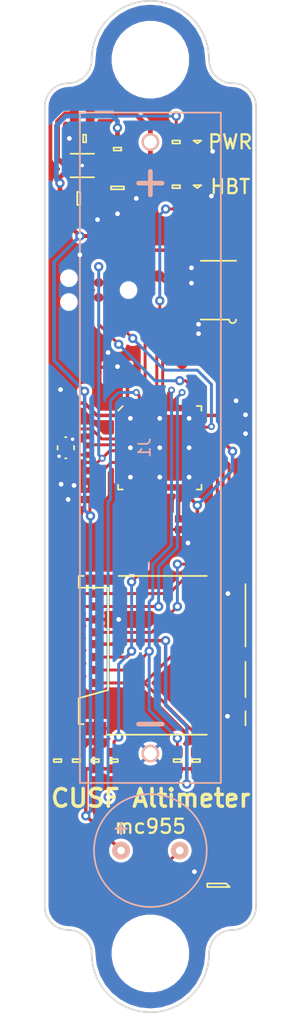
<source format=kicad_pcb>
(kicad_pcb (version 20170922) (host pcbnew no-vcs-found-835c19f~60~ubuntu16.04.1)
  (layers (0 F.Cu signal) (31 B.Cu signal) (34 B.Paste user) (35 F.Paste user) (36 B.SilkS user) (37 F.SilkS user) (38 B.Mask user) (39 F.Mask user) (44 Edge.Cuts user))
  (layers (0 F.Cu signal) (31 B.Cu signal) (34 B.Paste user) (35 F.Paste user) (36 B.SilkS user) (37 F.SilkS user) (38 B.Mask user) (39 F.Mask user) (44 Edge.Cuts user))
  (net 0 "")
  (net 1 GND)
  (net 2 3v3)
  (net 3 VBATT)
  (net 4 /~RST)
  (net 5 "Net-(C7-Pad2)")
  (net 6 "Net-(C8-Pad2)")
  (net 7 "Net-(C12-Pad2)")
  (net 8 "Net-(D1-Pad2)")
  (net 9 "Net-(D2-Pad2)")
  (net 10 "Net-(IC1-Pad6)")
  (net 11 /I2C1_SDA)
  (net 12 /I2C1_SCL)
  (net 13 "Net-(IC3-Pad2)")
  (net 14 "Net-(IC3-Pad3)")
  (net 15 "Net-(IC3-Pad4)")
  (net 16 "Net-(IC3-Pad6)")
  (net 17 "Net-(IC3-Pad10)")
  (net 18 "Net-(IC3-Pad11)")
  (net 19 "Net-(IC3-Pad12)")
  (net 20 "Net-(IC3-Pad13)")
  (net 21 "Net-(IC3-Pad14)")
  (net 22 "Net-(IC3-Pad15)")
  (net 23 /SDIO_CMD)
  (net 24 "Net-(IC3-Pad17)")
  (net 25 "Net-(IC3-Pad18)")
  (net 26 "Net-(IC3-Pad19)")
  (net 27 "Net-(IC3-Pad20)")
  (net 28 "Net-(IC3-Pad21)")
  (net 29 "Net-(IC3-Pad25)")
  (net 30 "Net-(IC3-Pad26)")
  (net 31 "Net-(IC3-Pad27)")
  (net 32 /SDIO_CK)
  (net 33 /SDIO_D1)
  (net 34 /SDIO_D2)
  (net 35 "Net-(IC3-Pad31)")
  (net 36 "Net-(IC3-Pad32)")
  (net 37 "Net-(IC3-Pad33)")
  (net 38 /SWDIO)
  (net 39 /SWCLK)
  (net 40 "Net-(IC3-Pad38)")
  (net 41 "Net-(IC3-Pad39)")
  (net 42 /SDIO_D0)
  (net 43 /SDIO_D3)
  (net 44 /STAT_HBT)
  (net 45 /BEEPER)
  (net 46 "Net-(IC2-Pad5)")
  (net 47 "Net-(LS1-Pad2)")
  (net 48 "Net-(P1-Pad6)")
  (net 49 "Net-(Q1-Pad1)")
  (net 50 "Net-(Q1-Pad3)")
  (net 51 "Net-(IC2-Pad3)")
  (net 52 "Net-(U1-Pad10)")
  (net 53 "Net-(U1-Pad11)")
  (module Library:KEYSTONE2460 (layer B.Cu) (at 100 100 90)
    (fp_text reference J1 (at 0 -0.5 90) (layer B.SilkS) (effects (justify mirror)))
    (fp_text value BATT)
    (pad 1 thru_hole circle (at 26 0 90) (size 1.524 1.524) (drill 1.1) (layers *.Cu *.Mask B.SilkS) (net 3 VBATT))
    (pad 2 thru_hole circle (at -26 0 90) (size 1.524 1.524) (drill 1.1) (layers *.Cu *.Mask B.SilkS) (net 1 GND))
  )
  (module agg:0402 (layer F.Cu) (at 105.8 90.4 180)
    (fp_text reference C1)
    (fp_text value 100nF)
    (pad 2 smd rect (at 0.45 0 180) (size 0.62 0.62) (layers F.Cu F.Paste F.Mask) (net 1 GND))
    (pad 1 smd rect (at -0.45 0 180) (size 0.62 0.62) (layers F.Cu F.Paste F.Mask) (net 2 3v3))
  )
  (module agg:0805 (layer F.Cu) (at 97.2 77.9 270)
    (fp_text reference C2)
    (fp_text value 10uF)
    (pad 2 smd rect (at 0.9 0 270) (size 1.15 1.45) (layers F.Cu F.Paste F.Mask) (net 1 GND))
    (pad 1 smd rect (at -0.9 0 270) (size 1.15 1.45) (layers F.Cu F.Paste F.Mask) (net 3 VBATT))
  )
  (module agg:0805 (layer F.Cu) (at 93.9 78.8)
    (fp_text reference C3)
    (fp_text value 10uF)
    (pad 1 smd rect (at -0.9 0) (size 1.15 1.45) (layers F.Cu F.Paste F.Mask) (net 2 3v3))
    (pad 2 smd rect (at 0.9 0) (size 1.15 1.45) (layers F.Cu F.Paste F.Mask) (net 1 GND))
  )
  (module agg:0603-L (layer F.Cu) (at 95.3 126.6 90)
    (fp_text reference C4)
    (fp_text value 100n)
    (pad 1 smd rect (at -0.7 0 90) (size 0.75 0.9) (layers F.Cu F.Paste F.Mask) (net 2 3v3))
    (pad 2 smd rect (at 0.7 0 90) (size 0.75 0.9) (layers F.Cu F.Paste F.Mask) (net 1 GND))
  )
  (module agg:0402 (layer F.Cu) (at 93.9 80.6)
    (fp_text reference C5)
    (fp_text value 100nF)
    (pad 2 smd rect (at 0.45 0) (size 0.62 0.62) (layers F.Cu F.Paste F.Mask) (net 1 GND))
    (pad 1 smd rect (at -0.45 0) (size 0.62 0.62) (layers F.Cu F.Paste F.Mask) (net 2 3v3))
  )
  (module agg:0402 (layer F.Cu) (at 94.8 102.4 270)
    (fp_text reference C6)
    (fp_text value 100nF)
    (pad 2 smd rect (at 0.45 0 270) (size 0.62 0.62) (layers F.Cu F.Paste F.Mask) (net 1 GND))
    (pad 1 smd rect (at -0.45 0 270) (size 0.62 0.62) (layers F.Cu F.Paste F.Mask) (net 4 /~RST))
  )
  (module agg:0402-L (layer F.Cu) (at 92.8 97.8 180)
    (fp_text reference C7)
    (fp_text value 8pF)
    (pad 2 smd rect (at 0.4 0 180) (size 0.52 0.52) (layers F.Cu F.Paste F.Mask) (net 5 "Net-(C7-Pad2)"))
    (pad 1 smd rect (at -0.4 0 180) (size 0.52 0.52) (layers F.Cu F.Paste F.Mask) (net 1 GND))
  )
  (module agg:0402-L (layer F.Cu) (at 92.8 102.2)
    (fp_text reference C8)
    (fp_text value 8pF)
    (pad 1 smd rect (at -0.4 0) (size 0.52 0.52) (layers F.Cu F.Paste F.Mask) (net 1 GND))
    (pad 2 smd rect (at 0.4 0) (size 0.52 0.52) (layers F.Cu F.Paste F.Mask) (net 6 "Net-(C8-Pad2)"))
  )
  (module agg:0402 (layer F.Cu) (at 95.6 83.2 180)
    (fp_text reference C9)
    (fp_text value 100nF)
    (pad 1 smd rect (at -0.45 0 180) (size 0.62 0.62) (layers F.Cu F.Paste F.Mask) (net 2 3v3))
    (pad 2 smd rect (at 0.45 0 180) (size 0.62 0.62) (layers F.Cu F.Paste F.Mask) (net 1 GND))
  )
  (module agg:0402 (layer F.Cu) (at 98 93.6 90)
    (fp_text reference C10)
    (fp_text value 4.7uF)
    (pad 2 smd rect (at 0.45 0 90) (size 0.62 0.62) (layers F.Cu F.Paste F.Mask) (net 1 GND))
    (pad 1 smd rect (at -0.45 0 90) (size 0.62 0.62) (layers F.Cu F.Paste F.Mask) (net 2 3v3))
  )
  (module agg:0402 (layer F.Cu) (at 96.4 93.6 90)
    (fp_text reference C11)
    (fp_text value 100nF)
    (pad 1 smd rect (at -0.45 0 90) (size 0.62 0.62) (layers F.Cu F.Paste F.Mask) (net 2 3v3))
    (pad 2 smd rect (at 0.45 0 90) (size 0.62 0.62) (layers F.Cu F.Paste F.Mask) (net 1 GND))
  )
  (module agg:0402 (layer F.Cu) (at 102.4 106.5 90)
    (fp_text reference C12)
    (fp_text value 4.7uF)
    (pad 1 smd rect (at -0.45 0 90) (size 0.62 0.62) (layers F.Cu F.Paste F.Mask) (net 1 GND))
    (pad 2 smd rect (at 0.45 0 90) (size 0.62 0.62) (layers F.Cu F.Paste F.Mask) (net 7 "Net-(C12-Pad2)"))
  )
  (module agg:0402 (layer F.Cu) (at 92.8 96.2 180)
    (fp_text reference C13)
    (fp_text value 100nF)
    (pad 1 smd rect (at -0.45 0 180) (size 0.62 0.62) (layers F.Cu F.Paste F.Mask) (net 2 3v3))
    (pad 2 smd rect (at 0.45 0 180) (size 0.62 0.62) (layers F.Cu F.Paste F.Mask) (net 1 GND))
  )
  (module agg:0402 (layer F.Cu) (at 106.8 97.2)
    (fp_text reference C14)
    (fp_text value 100nF)
    (pad 2 smd rect (at 0.45 0) (size 0.62 0.62) (layers F.Cu F.Paste F.Mask) (net 1 GND))
    (pad 1 smd rect (at -0.45 0) (size 0.62 0.62) (layers F.Cu F.Paste F.Mask) (net 2 3v3))
  )
  (module agg:0402 (layer F.Cu) (at 104 106.5 270)
    (fp_text reference C15)
    (fp_text value 100nF)
    (pad 1 smd rect (at -0.45 0 270) (size 0.62 0.62) (layers F.Cu F.Paste F.Mask) (net 2 3v3))
    (pad 2 smd rect (at 0.45 0 270) (size 0.62 0.62) (layers F.Cu F.Paste F.Mask) (net 1 GND))
  )
  (module agg:0402 (layer F.Cu) (at 94.4 104.4 180)
    (fp_text reference C16)
    (fp_text value 100nF)
    (pad 2 smd rect (at 0.45 0 180) (size 0.62 0.62) (layers F.Cu F.Paste F.Mask) (net 1 GND))
    (pad 1 smd rect (at -0.45 0 180) (size 0.62 0.62) (layers F.Cu F.Paste F.Mask) (net 2 3v3))
  )
  (module agg:0402 (layer F.Cu) (at 106.8 98.8)
    (fp_text reference C17)
    (fp_text value 1uF)
    (pad 2 smd rect (at 0.45 0) (size 0.62 0.62) (layers F.Cu F.Paste F.Mask) (net 1 GND))
    (pad 1 smd rect (at -0.45 0) (size 0.62 0.62) (layers F.Cu F.Paste F.Mask) (net 2 3v3))
  )
  (module agg:0603-LED (layer F.Cu) (at 104 74 90)
    (fp_text reference D1)
    (fp_text value LED)
    (pad 1 smd rect (at -0.8 0 90) (size 0.95 1) (layers F.Cu F.Paste F.Mask) (net 1 GND))
    (pad 2 smd rect (at 0.8 0 90) (size 0.95 1) (layers F.Cu F.Paste F.Mask) (net 8 "Net-(D1-Pad2)"))
  )
  (module agg:0603-LED (layer F.Cu) (at 104 77.8 90)
    (fp_text reference D2)
    (fp_text value LED)
    (pad 2 smd rect (at 0.8 0 90) (size 0.95 1) (layers F.Cu F.Paste F.Mask) (net 9 "Net-(D2-Pad2)"))
    (pad 1 smd rect (at -0.8 0 90) (size 0.95 1) (layers F.Cu F.Paste F.Mask) (net 1 GND))
  )
  (module agg:MS5611 (layer F.Cu) (at 105.8 86.6 180)
    (fp_text reference IC1)
    (fp_text value MS5611-01BA03)
    (pad 1 smd rect (at -1.1 -1.875 180) (size 1.1 0.6) (layers F.Cu F.Paste F.Mask) (net 2 3v3))
    (pad 2 smd rect (at -1.1 -0.625 180) (size 1.1 0.6) (layers F.Cu F.Paste F.Mask) (net 2 3v3))
    (pad 3 smd rect (at -1.1 0.625 180) (size 1.1 0.6) (layers F.Cu F.Paste F.Mask) (net 1 GND))
    (pad 4 smd rect (at -1.1 1.875 180) (size 1.1 0.6) (layers F.Cu F.Paste F.Mask) (net 1 GND))
    (pad 5 smd rect (at 1.1 1.875 180) (size 1.1 0.6) (layers F.Cu F.Paste F.Mask) (net 1 GND))
    (pad 6 smd rect (at 1.1 0.625 180) (size 1.1 0.6) (layers F.Cu F.Paste F.Mask) (net 10 "Net-(IC1-Pad6)"))
    (pad 7 smd rect (at 1.1 -0.625 180) (size 1.1 0.6) (layers F.Cu F.Paste F.Mask) (net 11 /I2C1_SDA))
    (pad 8 smd rect (at 1.1 -1.875 180) (size 1.1 0.6) (layers F.Cu F.Paste F.Mask) (net 12 /I2C1_SCL))
  )
  (module agg:QFN-48-EP-ST (layer F.Cu) (at 100.8 100)
    (fp_text reference IC3)
    (fp_text value STM32F411CxUx)
    (pad 1 smd rect (at -3.375 -2.75) (size 0.55 0.3) (layers F.Cu F.Paste F.Mask) (net 2 3v3))
    (pad 2 smd rect (at -3.375 -2.25) (size 0.55 0.3) (layers F.Cu F.Paste F.Mask) (net 13 "Net-(IC3-Pad2)"))
    (pad 3 smd rect (at -3.375 -1.75) (size 0.55 0.3) (layers F.Cu F.Paste F.Mask) (net 14 "Net-(IC3-Pad3)"))
    (pad 4 smd rect (at -3.375 -1.25) (size 0.55 0.3) (layers F.Cu F.Paste F.Mask) (net 15 "Net-(IC3-Pad4)"))
    (pad 5 smd rect (at -3.375 -0.75) (size 0.55 0.3) (layers F.Cu F.Paste F.Mask) (net 5 "Net-(C7-Pad2)"))
    (pad 6 smd rect (at -3.375 -0.25) (size 0.55 0.3) (layers F.Cu F.Paste F.Mask) (net 16 "Net-(IC3-Pad6)"))
    (pad 7 smd rect (at -3.375 0.25) (size 0.55 0.3) (layers F.Cu F.Paste F.Mask) (net 4 /~RST))
    (pad 8 smd rect (at -3.375 0.75) (size 0.55 0.3) (layers F.Cu F.Paste F.Mask) (net 1 GND))
    (pad 9 smd rect (at -3.375 1.25) (size 0.55 0.3) (layers F.Cu F.Paste F.Mask) (net 2 3v3))
    (pad 10 smd rect (at -3.375 1.75) (size 0.55 0.3) (layers F.Cu F.Paste F.Mask) (net 17 "Net-(IC3-Pad10)"))
    (pad 11 smd rect (at -3.375 2.25) (size 0.55 0.3) (layers F.Cu F.Paste F.Mask) (net 18 "Net-(IC3-Pad11)"))
    (pad 12 smd rect (at -3.375 2.75) (size 0.55 0.3) (layers F.Cu F.Paste F.Mask) (net 19 "Net-(IC3-Pad12)"))
    (pad 13 smd rect (at -2.75 3.375) (size 0.3 0.55) (layers F.Cu F.Paste F.Mask) (net 20 "Net-(IC3-Pad13)"))
    (pad 14 smd rect (at -2.25 3.375) (size 0.3 0.55) (layers F.Cu F.Paste F.Mask) (net 21 "Net-(IC3-Pad14)"))
    (pad 15 smd rect (at -1.75 3.375) (size 0.3 0.55) (layers F.Cu F.Paste F.Mask) (net 22 "Net-(IC3-Pad15)"))
    (pad 16 smd rect (at -1.25 3.375) (size 0.3 0.55) (layers F.Cu F.Paste F.Mask) (net 23 /SDIO_CMD))
    (pad 17 smd rect (at -0.75 3.375) (size 0.3 0.55) (layers F.Cu F.Paste F.Mask) (net 24 "Net-(IC3-Pad17)"))
    (pad 18 smd rect (at -0.25 3.375) (size 0.3 0.55) (layers F.Cu F.Paste F.Mask) (net 25 "Net-(IC3-Pad18)"))
    (pad 19 smd rect (at 0.25 3.375) (size 0.3 0.55) (layers F.Cu F.Paste F.Mask) (net 26 "Net-(IC3-Pad19)"))
    (pad 20 smd rect (at 0.75 3.375) (size 0.3 0.55) (layers F.Cu F.Paste F.Mask) (net 27 "Net-(IC3-Pad20)"))
    (pad 21 smd rect (at 1.25 3.375) (size 0.3 0.55) (layers F.Cu F.Paste F.Mask) (net 28 "Net-(IC3-Pad21)"))
    (pad 22 smd rect (at 1.75 3.375) (size 0.3 0.55) (layers F.Cu F.Paste F.Mask) (net 7 "Net-(C12-Pad2)"))
    (pad 23 smd rect (at 2.25 3.375) (size 0.3 0.55) (layers F.Cu F.Paste F.Mask) (net 1 GND))
    (pad 24 smd rect (at 2.75 3.375) (size 0.3 0.55) (layers F.Cu F.Paste F.Mask) (net 2 3v3))
    (pad 25 smd rect (at 3.375 2.75) (size 0.55 0.3) (layers F.Cu F.Paste F.Mask) (net 29 "Net-(IC3-Pad25)"))
    (pad 26 smd rect (at 3.375 2.25) (size 0.55 0.3) (layers F.Cu F.Paste F.Mask) (net 30 "Net-(IC3-Pad26)"))
    (pad 27 smd rect (at 3.375 1.75) (size 0.55 0.3) (layers F.Cu F.Paste F.Mask) (net 31 "Net-(IC3-Pad27)"))
    (pad 28 smd rect (at 3.375 1.25) (size 0.55 0.3) (layers F.Cu F.Paste F.Mask) (net 32 /SDIO_CK))
    (pad 29 smd rect (at 3.375 0.75) (size 0.55 0.3) (layers F.Cu F.Paste F.Mask) (net 33 /SDIO_D1))
    (pad 30 smd rect (at 3.375 0.25) (size 0.55 0.3) (layers F.Cu F.Paste F.Mask) (net 34 /SDIO_D2))
    (pad 31 smd rect (at 3.375 -0.25) (size 0.55 0.3) (layers F.Cu F.Paste F.Mask) (net 35 "Net-(IC3-Pad31)"))
    (pad 32 smd rect (at 3.375 -0.75) (size 0.55 0.3) (layers F.Cu F.Paste F.Mask) (net 36 "Net-(IC3-Pad32)"))
    (pad 33 smd rect (at 3.375 -1.25) (size 0.55 0.3) (layers F.Cu F.Paste F.Mask) (net 37 "Net-(IC3-Pad33)"))
    (pad 34 smd rect (at 3.375 -1.75) (size 0.55 0.3) (layers F.Cu F.Paste F.Mask) (net 38 /SWDIO))
    (pad 35 smd rect (at 3.375 -2.25) (size 0.55 0.3) (layers F.Cu F.Paste F.Mask) (net 1 GND))
    (pad 36 smd rect (at 3.375 -2.75) (size 0.55 0.3) (layers F.Cu F.Paste F.Mask) (net 2 3v3))
    (pad 37 smd rect (at 2.75 -3.375) (size 0.3 0.55) (layers F.Cu F.Paste F.Mask) (net 39 /SWCLK))
    (pad 38 smd rect (at 2.25 -3.375) (size 0.3 0.55) (layers F.Cu F.Paste F.Mask) (net 40 "Net-(IC3-Pad38)"))
    (pad 39 smd rect (at 1.75 -3.375) (size 0.3 0.55) (layers F.Cu F.Paste F.Mask) (net 41 "Net-(IC3-Pad39)"))
    (pad 40 smd rect (at 1.25 -3.375) (size 0.3 0.55) (layers F.Cu F.Paste F.Mask) (net 42 /SDIO_D0))
    (pad 41 smd rect (at 0.75 -3.375) (size 0.3 0.55) (layers F.Cu F.Paste F.Mask) (net 43 /SDIO_D3))
    (pad 42 smd rect (at 0.25 -3.375) (size 0.3 0.55) (layers F.Cu F.Paste F.Mask) (net 12 /I2C1_SCL))
    (pad 43 smd rect (at -0.25 -3.375) (size 0.3 0.55) (layers F.Cu F.Paste F.Mask) (net 11 /I2C1_SDA))
    (pad 44 smd rect (at -0.75 -3.375) (size 0.3 0.55) (layers F.Cu F.Paste F.Mask) (net 1 GND))
    (pad 45 smd rect (at -1.25 -3.375) (size 0.3 0.55) (layers F.Cu F.Paste F.Mask) (net 44 /STAT_HBT))
    (pad 46 smd rect (at -1.75 -3.375) (size 0.3 0.55) (layers F.Cu F.Paste F.Mask) (net 45 /BEEPER))
    (pad 47 smd rect (at -2.25 -3.375) (size 0.3 0.55) (layers F.Cu F.Paste F.Mask) (net 1 GND))
    (pad 48 smd rect (at -2.75 -3.375) (size 0.3 0.55) (layers F.Cu F.Paste F.Mask) (net 2 3v3))
    (pad EP thru_hole circle (at -2.5 -2.5) (size 0.6 0.6) (drill 0.4) (layers *.Cu) (net 1 GND))
    (pad EP thru_hole circle (at -2.5 0) (size 0.6 0.6) (drill 0.4) (layers *.Cu) (net 1 GND))
    (pad EP thru_hole circle (at -2.5 2.5) (size 0.6 0.6) (drill 0.4) (layers *.Cu) (net 1 GND))
    (pad EP thru_hole circle (at 0 -2.5) (size 0.6 0.6) (drill 0.4) (layers *.Cu) (net 1 GND))
    (pad EP thru_hole circle (at 0 0) (size 0.6 0.6) (drill 0.4) (layers *.Cu) (net 1 GND))
    (pad EP thru_hole circle (at 0 2.5) (size 0.6 0.6) (drill 0.4) (layers *.Cu) (net 1 GND))
    (pad EP thru_hole circle (at 2.5 -2.5) (size 0.6 0.6) (drill 0.4) (layers *.Cu) (net 1 GND))
    (pad EP thru_hole circle (at 2.5 0) (size 0.6 0.6) (drill 0.4) (layers *.Cu) (net 1 GND))
    (pad EP thru_hole circle (at 2.5 2.5) (size 0.6 0.6) (drill 0.4) (layers *.Cu) (net 1 GND))
    (pad EP smd rect (at 0 0) (size 5.6 5.6) (layers F.Cu) (net 1 GND))
  )
  (module Library:VLF252012MT (layer F.Cu) (at 94.2 71.6 180)
    (fp_text reference L1)
    (fp_text value 2.2uH)
    (pad 1 smd rect (at -0.675 0 180) (size 0.75 1.3) (layers F.Cu F.Paste F.Mask) (net 3 VBATT))
    (pad 2 smd rect (at 0.675 0 180) (size 0.75 1.3) (layers F.Cu F.Paste F.Mask) (net 46 "Net-(IC2-Pad5)"))
  )
  (module Library:AI-1027-TWT-3V-R (layer B.Cu) (at 100 134.25 270)
    (fp_text reference LS1)
    (fp_text value SOUNDER)
    (pad 1 thru_hole circle (at 0 2.5 270) (size 1.524 1.524) (drill 0.65) (layers *.Cu *.Mask B.SilkS) (net 2 3v3))
    (pad 2 thru_hole circle (at 0 -2.5 270) (size 1.524 1.524) (drill 0.65) (layers *.Cu *.Mask B.SilkS) (net 47 "Net-(LS1-Pad2)"))
  )
  (module agg:TC2030-NL (layer F.Cu) (at 95.6 86.6 180)
    (fp_text reference P1)
    (fp_text value SWD_TC)
    (pad 1 smd circle (at -1.27 0.64 180) (size 0.787 0.787) (layers F.Cu F.Mask) (net 2 3v3))
    (pad 2 smd circle (at -1.27 -0.63 180) (size 0.787 0.787) (layers F.Cu F.Mask) (net 38 /SWDIO))
    (pad 3 smd circle (at 0 0.64 180) (size 0.787 0.787) (layers F.Cu F.Mask) (net 4 /~RST))
    (pad 4 smd circle (at 0 -0.63 180) (size 0.787 0.787) (layers F.Cu F.Mask) (net 39 /SWCLK))
    (pad 5 smd circle (at 1.27 0.64 180) (size 0.787 0.787) (layers F.Cu F.Mask) (net 1 GND))
    (pad 6 smd circle (at 1.27 -0.63 180) (size 0.787 0.787) (layers F.Cu F.Mask) (net 48 "Net-(P1-Pad6)"))
    (pad "" np_thru_hole circle (at -2.54 0.005 180) (size 1 1) (drill 1) (layers *.Cu *.Mask F.SilkS))
    (pad "" np_thru_hole circle (at 2.54 1.021 180) (size 1 1) (drill 1) (layers *.Cu *.Mask F.SilkS))
    (pad "" np_thru_hole circle (at 2.54 -1.011 180) (size 1 1) (drill 1) (layers *.Cu *.Mask F.SilkS))
  )
  (module agg:SOT-23 (layer F.Cu) (at 105.8 137.2 270)
    (fp_text reference Q1)
    (fp_text value NFET)
    (pad 1 smd rect (at -1.15 -0.95 270) (size 1 0.6) (layers F.Cu F.Paste F.Mask) (net 49 "Net-(Q1-Pad1)"))
    (pad 2 smd rect (at -1.15 0.95 270) (size 1 0.6) (layers F.Cu F.Paste F.Mask) (net 1 GND))
    (pad 3 smd rect (at 1.15 0 270) (size 1 0.6) (layers F.Cu F.Paste F.Mask) (net 50 "Net-(Q1-Pad3)"))
  )
  (module agg:0603-L (layer F.Cu) (at 93.7 126.6 90)
    (fp_text reference R1)
    (fp_text value 47k)
    (pad 2 smd rect (at 0.7 0 90) (size 0.75 0.9) (layers F.Cu F.Paste F.Mask) (net 42 /SDIO_D0))
    (pad 1 smd rect (at -0.7 0 90) (size 0.75 0.9) (layers F.Cu F.Paste F.Mask) (net 2 3v3))
  )
  (module agg:0402 (layer F.Cu) (at 105.8 134.2 180)
    (fp_text reference R2)
    (fp_text value 100R)
    (pad 2 smd rect (at 0.45 0 180) (size 0.62 0.62) (layers F.Cu F.Paste F.Mask) (net 49 "Net-(Q1-Pad1)"))
    (pad 1 smd rect (at -0.45 0 180) (size 0.62 0.62) (layers F.Cu F.Paste F.Mask) (net 45 /BEEPER))
  )
  (module agg:0603-L (layer F.Cu) (at 92.1 126.6 90)
    (fp_text reference R3)
    (fp_text value 47k)
    (pad 2 smd rect (at 0.7 0 90) (size 0.75 0.9) (layers F.Cu F.Paste F.Mask) (net 33 /SDIO_D1))
    (pad 1 smd rect (at -0.7 0 90) (size 0.75 0.9) (layers F.Cu F.Paste F.Mask) (net 2 3v3))
  )
  (module agg:0402 (layer F.Cu) (at 100.8 136.4 270)
    (fp_text reference R4)
    (fp_text value 100R)
    (pad 1 smd rect (at -0.45 0 270) (size 0.62 0.62) (layers F.Cu F.Paste F.Mask) (net 47 "Net-(LS1-Pad2)"))
    (pad 2 smd rect (at 0.45 0 270) (size 0.62 0.62) (layers F.Cu F.Paste F.Mask) (net 50 "Net-(Q1-Pad3)"))
  )
  (module agg:0603-L (layer F.Cu) (at 103.9 126.6 90)
    (fp_text reference R5)
    (fp_text value 47k)
    (pad 2 smd rect (at 0.7 0 90) (size 0.75 0.9) (layers F.Cu F.Paste F.Mask) (net 34 /SDIO_D2))
    (pad 1 smd rect (at -0.7 0 90) (size 0.75 0.9) (layers F.Cu F.Paste F.Mask) (net 2 3v3))
  )
  (module agg:0402 (layer F.Cu) (at 99.2 136.4 270)
    (fp_text reference R6)
    (fp_text value 100R)
    (pad 1 smd rect (at -0.45 0 270) (size 0.62 0.62) (layers F.Cu F.Paste F.Mask) (net 47 "Net-(LS1-Pad2)"))
    (pad 2 smd rect (at 0.45 0 270) (size 0.62 0.62) (layers F.Cu F.Paste F.Mask) (net 50 "Net-(Q1-Pad3)"))
  )
  (module agg:0603-L (layer F.Cu) (at 102.3 126.6 90)
    (fp_text reference R7)
    (fp_text value 47k)
    (pad 1 smd rect (at -0.7 0 90) (size 0.75 0.9) (layers F.Cu F.Paste F.Mask) (net 2 3v3))
    (pad 2 smd rect (at 0.7 0 90) (size 0.75 0.9) (layers F.Cu F.Paste F.Mask) (net 43 /SDIO_D3))
  )
  (module agg:0603-L (layer F.Cu) (at 96.9 126.6 90)
    (fp_text reference R8)
    (fp_text value 47k)
    (pad 1 smd rect (at -0.7 0 90) (size 0.75 0.9) (layers F.Cu F.Paste F.Mask) (net 2 3v3))
    (pad 2 smd rect (at 0.7 0 90) (size 0.75 0.9) (layers F.Cu F.Paste F.Mask) (net 23 /SDIO_CMD))
  )
  (module agg:0603-L (layer F.Cu) (at 94.4 73.7 180)
    (fp_text reference R9)
    (fp_text value 243k)
    (pad 2 smd rect (at 0.7 0 180) (size 0.75 0.9) (layers F.Cu F.Paste F.Mask) (net 1 GND))
    (pad 1 smd rect (at -0.7 0 180) (size 0.75 0.9) (layers F.Cu F.Paste F.Mask) (net 51 "Net-(IC2-Pad3)"))
  )
  (module agg:0402 (layer F.Cu) (at 102.6 91.2 180)
    (fp_text reference R10)
    (fp_text value 10k)
    (pad 1 smd rect (at -0.45 0 180) (size 0.62 0.62) (layers F.Cu F.Paste F.Mask) (net 2 3v3))
    (pad 2 smd rect (at 0.45 0 180) (size 0.62 0.62) (layers F.Cu F.Paste F.Mask) (net 12 /I2C1_SCL))
  )
  (module agg:0603-L (layer F.Cu) (at 97.2 74.6 90)
    (fp_text reference R11)
    (fp_text value 330k)
    (pad 1 smd rect (at -0.7 0 90) (size 0.75 0.9) (layers F.Cu F.Paste F.Mask) (net 51 "Net-(IC2-Pad3)"))
    (pad 2 smd rect (at 0.7 0 90) (size 0.75 0.9) (layers F.Cu F.Paste F.Mask) (net 2 3v3))
  )
  (module agg:0402 (layer F.Cu) (at 102.3 85.4 270)
    (fp_text reference R12)
    (fp_text value 10k)
    (pad 1 smd rect (at -0.45 0 270) (size 0.62 0.62) (layers F.Cu F.Paste F.Mask) (net 2 3v3))
    (pad 2 smd rect (at 0.45 0 270) (size 0.62 0.62) (layers F.Cu F.Paste F.Mask) (net 11 /I2C1_SDA))
  )
  (module agg:0603-L (layer F.Cu) (at 102.2 74 270)
    (fp_text reference R13)
    (fp_text value 120R)
    (pad 2 smd rect (at 0.7 0 270) (size 0.75 0.9) (layers F.Cu F.Paste F.Mask) (net 8 "Net-(D1-Pad2)"))
    (pad 1 smd rect (at -0.7 0 270) (size 0.75 0.9) (layers F.Cu F.Paste F.Mask) (net 2 3v3))
  )
  (module agg:0603-L (layer F.Cu) (at 102.2 77.8 90)
    (fp_text reference R14)
    (fp_text value 120R)
    (pad 1 smd rect (at -0.7 0 90) (size 0.75 0.9) (layers F.Cu F.Paste F.Mask) (net 44 /STAT_HBT))
    (pad 2 smd rect (at 0.7 0 90) (size 0.75 0.9) (layers F.Cu F.Paste F.Mask) (net 9 "Net-(D2-Pad2)"))
  )
  (module agg:0402-L (layer F.Cu) (at 94.8 100.2 90)
    (fp_text reference R15)
    (fp_text value 100R)
    (pad 1 smd rect (at -0.4 0 90) (size 0.52 0.52) (layers F.Cu F.Paste F.Mask) (net 6 "Net-(C8-Pad2)"))
    (pad 2 smd rect (at 0.4 0 90) (size 0.52 0.52) (layers F.Cu F.Paste F.Mask) (net 16 "Net-(IC3-Pad6)"))
  )
  (module agg:TESTPAD (layer F.Cu) (at 107.8 134.2)
    (fp_text reference TP1 hide)
    (fp_text value TESTPAD hide)
    (pad 1 smd circle (at 0 0) (size 1 1) (layers F.Cu F.Mask) (net 45 /BEEPER))
  )
  (module agg:TESTPAD (layer F.Cu) (at 100 78.2)
    (fp_text reference TP2 hide)
    (fp_text value TESTPAD hide)
    (pad 1 smd circle (at 0 0) (size 1 1) (layers F.Cu F.Mask) (net 3 VBATT))
  )
  (module agg:TESTPAD (layer F.Cu) (at 98.7 81.4)
    (fp_text reference TP3 hide)
    (fp_text value TESTPAD hide)
    (pad 1 smd circle (at 0 0) (size 1 1) (layers F.Cu F.Mask) (net 1 GND))
  )
  (module agg:TESTPAD (layer F.Cu) (at 100.7 85.4 180)
    (fp_text reference TP5 hide)
    (fp_text value TESTPAD hide)
    (pad 1 smd circle (at 0 0 180) (size 1 1) (layers F.Cu F.Mask) (net 11 /I2C1_SDA))
  )
  (module agg:TESTPAD (layer F.Cu) (at 102.7 92.8 180)
    (fp_text reference TP6 hide)
    (fp_text value TESTPAD hide)
    (pad 1 smd circle (at 0 0 180) (size 1 1) (layers F.Cu F.Mask) (net 12 /I2C1_SCL))
  )
  (module agg:TESTPAD (layer F.Cu) (at 96.7 81.4)
    (fp_text reference TP7 hide)
    (fp_text value TESTPAD hide)
    (pad 1 smd circle (at 0 0) (size 1 1) (layers F.Cu F.Mask) (net 2 3v3))
  )
  (module agg:MICROSD_MOLEX_503398-1892 (layer F.Cu) (at 98 117.6 90)
    (fp_text reference U1)
    (fp_text value MICROSD)
    (pad 1 smd rect (at -2.4 -2.7 90) (size 0.7 1.1) (layers F.Cu F.Paste F.Mask) (net 34 /SDIO_D2))
    (pad 2 smd rect (at -1.3 -2.7 90) (size 0.7 1.1) (layers F.Cu F.Paste F.Mask) (net 43 /SDIO_D3))
    (pad 3 smd rect (at -0.2 -2.7 90) (size 0.7 1.1) (layers F.Cu F.Paste F.Mask) (net 23 /SDIO_CMD))
    (pad 4 smd rect (at 0.9 -2.7 90) (size 0.7 1.1) (layers F.Cu F.Paste F.Mask) (net 2 3v3))
    (pad 5 smd rect (at 1.9 -2.7 90) (size 0.7 1.1) (layers F.Cu F.Paste F.Mask) (net 32 /SDIO_CK))
    (pad 6 smd rect (at 3 -2.7 90) (size 0.7 1.1) (layers F.Cu F.Paste F.Mask) (net 1 GND))
    (pad 7 smd rect (at 4.1 -2.7 90) (size 0.7 1.1) (layers F.Cu F.Paste F.Mask) (net 42 /SDIO_D0))
    (pad 8 smd rect (at 5.2 -2.7 90) (size 0.7 1.1) (layers F.Cu F.Paste F.Mask) (net 33 /SDIO_D1))
    (pad 9 smd rect (at -6.28 -2.685 90) (size 1.14 1.83) (layers F.Cu F.Paste F.Mask) (net 1 GND))
    (pad 9 smd rect (at 6.38 -2.2 90) (size 0.86 2.8) (layers F.Cu F.Paste F.Mask) (net 1 GND))
    (pad 9 smd rect (at 6.46 8.565 90) (size 0.7 3.33) (layers F.Cu F.Paste F.Mask) (net 1 GND))
    (pad 9 smd rect (at -6.5 8.565 90) (size 0.7 3.33) (layers F.Cu F.Paste F.Mask) (net 1 GND))
    (pad 10 smd rect (at -4.19 9.765 90) (size 0.9 0.93) (layers F.Cu F.Paste F.Mask) (net 52 "Net-(U1-Pad10)"))
    (pad 11 smd rect (at 0.075 9.84 90) (size 1.05 0.78) (layers F.Cu F.Paste F.Mask) (net 53 "Net-(U1-Pad11)"))
  )
  (module agg:M3_MOUNT (layer F.Cu) (at 100 67)
    (fp_text reference X1 hide)
    (fp_text value "M3 Hole" hide)
    (pad "" np_thru_hole circle (at 0 0) (size 3.3 3.3) (drill 3.3) (layers *.Cu *.Mask F.SilkS) (clearance 1.65))
    (pad "" np_thru_hole circle (at 0 -2.5) (size 0.6 0.6) (drill 0.6) (layers *.Cu *.Mask F.SilkS))
    (pad "" np_thru_hole circle (at 2.5 0) (size 0.6 0.6) (drill 0.6) (layers *.Cu *.Mask F.SilkS))
    (pad "" np_thru_hole circle (at 0 2.5) (size 0.6 0.6) (drill 0.6) (layers *.Cu *.Mask F.SilkS))
    (pad "" np_thru_hole circle (at -2.5 0) (size 0.6 0.6) (drill 0.6) (layers *.Cu *.Mask F.SilkS))
    (pad "" np_thru_hole circle (at -1.8 -1.8) (size 0.6 0.6) (drill 0.6) (layers *.Cu *.Mask F.SilkS))
    (pad "" np_thru_hole circle (at 1.8 -1.8) (size 0.6 0.6) (drill 0.6) (layers *.Cu *.Mask F.SilkS))
    (pad "" np_thru_hole circle (at -1.8 1.8) (size 0.6 0.6) (drill 0.6) (layers *.Cu *.Mask F.SilkS))
    (pad "" np_thru_hole circle (at 1.8 1.8) (size 0.6 0.6) (drill 0.6) (layers *.Cu *.Mask F.SilkS))
  )
  (module agg:M3_MOUNT (layer F.Cu) (at 100 143)
    (fp_text reference X2 hide)
    (fp_text value "M3 Hole" hide)
    (pad "" np_thru_hole circle (at 1.8 1.8) (size 0.6 0.6) (drill 0.6) (layers *.Cu *.Mask F.SilkS))
    (pad "" np_thru_hole circle (at -1.8 1.8) (size 0.6 0.6) (drill 0.6) (layers *.Cu *.Mask F.SilkS))
    (pad "" np_thru_hole circle (at 1.8 -1.8) (size 0.6 0.6) (drill 0.6) (layers *.Cu *.Mask F.SilkS))
    (pad "" np_thru_hole circle (at -1.8 -1.8) (size 0.6 0.6) (drill 0.6) (layers *.Cu *.Mask F.SilkS))
    (pad "" np_thru_hole circle (at -2.5 0) (size 0.6 0.6) (drill 0.6) (layers *.Cu *.Mask F.SilkS))
    (pad "" np_thru_hole circle (at 0 2.5) (size 0.6 0.6) (drill 0.6) (layers *.Cu *.Mask F.SilkS))
    (pad "" np_thru_hole circle (at 2.5 0) (size 0.6 0.6) (drill 0.6) (layers *.Cu *.Mask F.SilkS))
    (pad "" np_thru_hole circle (at 0 -2.5) (size 0.6 0.6) (drill 0.6) (layers *.Cu *.Mask F.SilkS))
    (pad "" np_thru_hole circle (at 0 0) (size 3.3 3.3) (drill 3.3) (layers *.Cu *.Mask F.SilkS) (clearance 1.65))
  )
  (module agg:XTAL-20x16 (layer F.Cu) (at 92.8 100)
    (fp_text reference Y1)
    (fp_text value 26MHz)
    (pad 1 smd rect (at -0.575 -0.725 270) (size 0.95 0.85) (layers F.Cu F.Paste F.Mask) (net 5 "Net-(C7-Pad2)"))
    (pad 2 smd rect (at -0.575 0.725 270) (size 0.95 0.85) (layers F.Cu F.Paste F.Mask) (net 1 GND))
    (pad 3 smd rect (at 0.575 0.725 270) (size 0.95 0.85) (layers F.Cu F.Paste F.Mask) (net 6 "Net-(C8-Pad2)"))
    (pad 4 smd rect (at 0.575 -0.725 270) (size 0.95 0.85) (layers F.Cu F.Paste F.Mask) (net 1 GND))
  )
  (module Library:LFCSP-2x2 (layer F.Cu) (at 94.2 76 180)
    (fp_text reference IC2)
    (fp_text value ADP1607)
    (pad 7 smd rect (at 0 0 180) (size 1 1.6) (layers F.Cu F.Paste F.Mask) (net 1 GND))
    (pad 1 smd rect (at -0.9 -0.65 180) (size 0.5 0.4) (layers F.Cu F.Paste F.Mask) (net 3 VBATT))
    (pad 2 smd rect (at -0.9 0 180) (size 0.5 0.4) (layers F.Cu F.Paste F.Mask) (net 3 VBATT))
    (pad 3 smd rect (at -0.9 0.65 180) (size 0.5 0.4) (layers F.Cu F.Paste F.Mask) (net 51 "Net-(IC2-Pad3)"))
    (pad 4 smd rect (at 0.9 0.65 180) (size 0.5 0.4) (layers F.Cu F.Paste F.Mask) (net 1 GND))
    (pad 5 smd rect (at 0.9 0 180) (size 0.5 0.4) (layers F.Cu F.Paste F.Mask) (net 46 "Net-(IC2-Pad5)"))
    (pad 6 smd rect (at 0.9 -0.65 180) (size 0.5 0.4) (layers F.Cu F.Paste F.Mask) (net 2 3v3))
  )
  (gr_text "CUSF Altimeter " (at 100.6 129.8) (layer F.SilkS) (effects (font (size 1.5 1.5) (thickness 0.3))))
  (gr_text mc955 (at 100 132.2) (layer F.SilkS) (effects (font (size 1.2 1.2) (thickness 0.2))))
  (gr_text + (at 97.5 132.3) (layer B.SilkS) (effects (font (size 1.2 1.2) (thickness 0.2)) (justify mirror)))
  (gr_text PWR (at 106.8 74) (layer F.SilkS) (effects (font (size 1.2 1.2) (thickness 0.2))))
  (gr_text HBT (at 106.8 77.8) (layer F.SilkS) (effects (font (size 1.2 1.2) (thickness 0.2))))
  (gr_line (start 91 71) (end 91 139) (layer Edge.Cuts) (width 0.15))
  (gr_line (start 109 139) (end 109 71) (layer Edge.Cuts) (width 0.15))
  (gr_arc (start 107 139) (end 107 141) (angle -90) (layer Edge.Cuts) (width 0.15))
  (gr_arc (start 93 139) (end 91 139) (angle -90) (layer Edge.Cuts) (width 0.15))
  (gr_arc (start 107 143) (end 107 141) (angle -90) (layer Edge.Cuts) (width 0.15))
  (gr_arc (start 93 143) (end 95 143) (angle -90) (layer Edge.Cuts) (width 0.15))
  (gr_arc (start 100 143) (end 95 143) (angle -180) (layer Edge.Cuts) (width 0.15))
  (gr_arc (start 93 71) (end 93 69) (angle -90) (layer Edge.Cuts) (width 0.15))
  (gr_arc (start 93 67) (end 93 69) (angle -90) (layer Edge.Cuts) (width 0.15))
  (gr_arc (start 100 67) (end 105 67) (angle -180) (layer Edge.Cuts) (width 0.15))
  (gr_arc (start 107 71) (end 109 71) (angle -90) (layer Edge.Cuts) (width 0.15))
  (gr_arc (start 107 67) (end 105 67) (angle -90) (layer Edge.Cuts) (width 0.15))
  (via (at 103.5 86) (size 0.8) (drill 0.4) (layers F.Cu B.Cu) (net 1))
  (via (at 98.8 78.8) (size 0.8) (drill 0.4) (layers F.Cu B.Cu) (net 1))
  (segment (start 97.2 78.8) (end 98.8 78.8) (width 0.25) (layer F.Cu) (net 1))
  (via (at 105.2 78.6) (size 0.8) (drill 0.4) (layers F.Cu B.Cu) (net 1))
  (segment (start 104 78.6) (end 105.2 78.6) (width 0.25) (layer F.Cu) (net 1))
  (via (at 105.3 74.8) (size 0.8) (drill 0.4) (layers F.Cu B.Cu) (net 1))
  (segment (start 104 74.8) (end 105.3 74.8) (width 0.25) (layer F.Cu) (net 1))
  (via (at 95.5 80.6) (size 0.8) (drill 0.4) (layers F.Cu B.Cu) (net 1))
  (segment (start 94.35 80.6) (end 95.5 80.6) (width 0.25) (layer F.Cu) (net 1))
  (via (at 97.2 80.1) (size 0.8) (drill 0.4) (layers F.Cu B.Cu) (net 1))
  (segment (start 97.2 78.8) (end 97.2 80.1) (width 0.25) (layer F.Cu) (net 1))
  (segment (start 94.4 83.2) (end 94 83.6) (width 0.25) (layer F.Cu) (net 1))
  (via (at 94 83.6) (size 0.8) (drill 0.4) (layers F.Cu B.Cu) (net 1))
  (segment (start 95.15 83.2) (end 94.4 83.2) (width 0.25) (layer F.Cu) (net 1))
  (segment (start 106.565 112.065) (end 106.6 112.1) (width 0.25) (layer F.Cu) (net 1))
  (segment (start 106.6 112.1) (end 106.6 112.4) (width 0.25) (layer F.Cu) (net 1))
  (via (at 106.6 112.4) (size 0.8) (drill 0.4) (layers F.Cu B.Cu) (net 1))
  (segment (start 106.565 111.14) (end 106.565 112.065) (width 0.25) (layer F.Cu) (net 1))
  (via (at 103.75 136.05) (size 0.8) (drill 0.4) (layers F.Cu B.Cu) (net 1))
  (segment (start 104.85 136.05) (end 103.75 136.05) (width 0.25) (layer F.Cu) (net 1))
  (via (at 106.565 122.835) (size 0.8) (drill 0.4) (layers F.Cu B.Cu) (net 1))
  (segment (start 106.565 124.1) (end 106.565 122.835) (width 0.25) (layer F.Cu) (net 1))
  (via (at 108.1 97.2) (size 0.8) (drill 0.4) (layers F.Cu B.Cu) (net 1))
  (segment (start 107.25 97.2) (end 108.1 97.2) (width 0.25) (layer F.Cu) (net 1))
  (via (at 108.1 98.8) (size 0.8) (drill 0.4) (layers F.Cu B.Cu) (net 1))
  (segment (start 107.25 98.8) (end 108.1 98.8) (width 0.25) (layer F.Cu) (net 1))
  (segment (start 107.25 96.05) (end 107.3 96) (width 0.25) (layer F.Cu) (net 1))
  (via (at 107.3 96) (size 0.8) (drill 0.4) (layers F.Cu B.Cu) (net 1))
  (segment (start 107.25 97.2) (end 107.25 96.05) (width 0.25) (layer F.Cu) (net 1))
  (segment (start 104 107.9) (end 103.8 108.1) (width 0.25) (layer F.Cu) (net 1))
  (segment (start 103.8 108.1) (end 103.2 108.1) (width 0.25) (layer F.Cu) (net 1))
  (segment (start 104 106.95) (end 104 107.9) (width 0.25) (layer F.Cu) (net 1))
  (via (at 103.2 108.1) (size 0.8) (drill 0.4) (layers F.Cu B.Cu) (net 1))
  (via (at 92.35 95.05) (size 0.8) (drill 0.4) (layers F.Cu B.Cu) (net 1))
  (segment (start 92.35 96.2) (end 92.35 95.05) (width 0.25) (layer F.Cu) (net 1))
  (via (at 93.5 103.2) (size 0.8) (drill 0.4) (layers F.Cu B.Cu) (net 1))
  (segment (start 93.85 102.85) (end 93.5 103.2) (width 0.25) (layer F.Cu) (net 1))
  (segment (start 94.8 102.85) (end 93.85 102.85) (width 0.25) (layer F.Cu) (net 1))
  (via (at 93 104.4) (size 0.8) (drill 0.4) (layers F.Cu B.Cu) (net 1))
  (segment (start 93.95 104.4) (end 93 104.4) (width 0.25) (layer F.Cu) (net 1))
  (via (at 92.4 103.1) (size 0.8) (drill 0.4) (layers F.Cu B.Cu) (net 1))
  (segment (start 92.4 102.2) (end 92.4 103.1) (width 0.25) (layer F.Cu) (net 1))
  (segment (start 96.4 93.15) (end 96.4 91.9) (width 0.25) (layer F.Cu) (net 1))
  (via (at 96.4 91.9) (size 0.8) (drill 0.4) (layers F.Cu B.Cu) (net 1))
  (segment (start 96.4 93.15) (end 96.4 92) (width 0.25) (layer F.Cu) (net 1))
  (segment (start 96.4 93.15) (end 97.15 93.15) (width 0.25) (layer F.Cu) (net 1))
  (segment (start 97.15 93.15) (end 97.2 93.1) (width 0.25) (layer F.Cu) (net 1))
  (via (at 97.2 93.1) (size 0.8) (drill 0.4) (layers F.Cu B.Cu) (net 1))
  (segment (start 104.1 90.3) (end 104.1 89.5) (width 0.25) (layer F.Cu) (net 1))
  (via (at 104.1 89.5) (size 0.8) (drill 0.4) (layers F.Cu B.Cu) (net 1))
  (segment (start 103.5 84.7) (end 103.5 86) (width 0.25) (layer F.Cu) (net 1))
  (segment (start 103.5 84.7) (end 103.5 85.7) (width 0.25) (layer F.Cu) (net 1))
  (segment (start 104.2 90.4) (end 104.1 90.3) (width 0.25) (layer F.Cu) (net 1))
  (via (at 104.1 90.3) (size 0.8) (drill 0.4) (layers F.Cu B.Cu) (net 1))
  (segment (start 105.35 90.4) (end 104.2 90.4) (width 0.25) (layer F.Cu) (net 1))
  (segment (start 104.7 84.725) (end 103.525 84.725) (width 0.3) (layer F.Cu) (net 1))
  (segment (start 103.525 84.725) (end 103.5 84.7) (width 0.3) (layer F.Cu) (net 1))
  (via (at 103.5 84.7) (size 0.8) (drill 0.4) (layers F.Cu B.Cu) (net 1))
  (via (at 92.225 100.725) (size 0.6) (drill 0.3) (layers F.Cu B.Cu) (net 1))
  (via (at 93.375 99.275) (size 0.6) (drill 0.3) (layers F.Cu B.Cu) (net 1))
  (via (at 97.3 114.6) (size 0.8) (drill 0.4) (layers F.Cu B.Cu) (net 1))
  (segment (start 97.1 114.6) (end 97.3 114.6) (width 0.3) (layer F.Cu) (net 1))
  (segment (start 95.3 114.6) (end 97.1 114.6) (width 0.3) (layer F.Cu) (net 1))
  (segment (start 103.05 103.375) (end 103.05 102.25) (width 0.3) (layer F.Cu) (net 1))
  (segment (start 103.05 102.25) (end 100.8 100) (width 0.3) (layer F.Cu) (net 1))
  (segment (start 98.55 96.625) (end 98.55 97.75) (width 0.3) (layer F.Cu) (net 1))
  (segment (start 98.55 97.75) (end 100.8 100) (width 0.3) (layer F.Cu) (net 1))
  (segment (start 100.05 96.625) (end 100.05 99.25) (width 0.3) (layer F.Cu) (net 1))
  (segment (start 100.05 99.25) (end 100.8 100) (width 0.3) (layer F.Cu) (net 1))
  (segment (start 104.175 97.75) (end 103.05 97.75) (width 0.3) (layer F.Cu) (net 1))
  (segment (start 103.05 97.75) (end 100.8 100) (width 0.3) (layer F.Cu) (net 1))
  (segment (start 97.425 100.75) (end 100.05 100.75) (width 0.3) (layer F.Cu) (net 1))
  (segment (start 100.05 100.75) (end 100.8 100) (width 0.3) (layer F.Cu) (net 1))
  (segment (start 104.7 84.725) (end 106.9 84.725) (width 0.3) (layer F.Cu) (net 1))
  (segment (start 106.9 85.975) (end 106.9 84.725) (width 0.3) (layer F.Cu) (net 1))
  (segment (start 93.7 73.7) (end 93.1 73.7) (width 0.4) (layer F.Cu) (net 1))
  (via (at 93.1 73.7) (size 0.8) (drill 0.4) (layers F.Cu B.Cu) (net 1))
  (via (at 94.2 76) (size 0.6) (drill 0.3) (layers F.Cu B.Cu) (net 1))
  (segment (start 93.3 75.35) (end 93.95 75.35) (width 0.4) (layer F.Cu) (net 1))
  (segment (start 93.95 75.35) (end 94.2 75.6) (width 0.4) (layer F.Cu) (net 1))
  (segment (start 94.2 75.6) (end 94.2 76) (width 0.4) (layer F.Cu) (net 1))
  (segment (start 104 104.9) (end 104 106.05) (width 0.3) (layer F.Cu) (net 2))
  (segment (start 107 100.3) (end 106.35 99.65) (width 0.3) (layer F.Cu) (net 2))
  (segment (start 106.35 99.65) (end 106.35 98.8) (width 0.3) (layer F.Cu) (net 2))
  (segment (start 107 101.9) (end 107 100.3) (width 0.3) (layer B.Cu) (net 2))
  (via (at 107 100.3) (size 0.8) (drill 0.4) (layers F.Cu B.Cu) (net 2))
  (segment (start 104 104.9) (end 107 101.9) (width 0.3) (layer B.Cu) (net 2))
  (segment (start 103.55 104.35) (end 103.55 104.45) (width 0.3) (layer F.Cu) (net 2))
  (segment (start 103.55 104.45) (end 104 104.9) (width 0.3) (layer F.Cu) (net 2))
  (via (at 104 104.9) (size 0.8) (drill 0.4) (layers F.Cu B.Cu) (net 2))
  (segment (start 96.9 127.3) (end 102.3 127.3) (width 0.3) (layer F.Cu) (net 2))
  (segment (start 101.3 121.9) (end 101.3 116.4) (width 0.3) (layer B.Cu) (net 2))
  (segment (start 103.1 123.7) (end 101.3 121.9) (width 0.3) (layer B.Cu) (net 2))
  (segment (start 103.1 128.6) (end 103.1 123.7) (width 0.3) (layer B.Cu) (net 2))
  (segment (start 103.1 127.3) (end 103.1 128.6) (width 0.3) (layer F.Cu) (net 2))
  (segment (start 102.3 127.3) (end 103.9 127.3) (width 0.3) (layer F.Cu) (net 2))
  (segment (start 103.1 127.3) (end 103.3 127.3) (width 0.25) (layer F.Cu) (net 2))
  (segment (start 103.3 127.3) (end 103.9 127.3) (width 0.25) (layer F.Cu) (net 2))
  (segment (start 102.3 127.3) (end 103.3 127.3) (width 0.25) (layer F.Cu) (net 2))
  (via (at 103.1 128.6) (size 0.8) (drill 0.4) (layers F.Cu B.Cu) (net 2))
  (segment (start 94.9 130.9) (end 94.5 131.3) (width 0.3) (layer B.Cu) (net 2))
  (via (at 94.5 131.3) (size 0.8) (drill 0.4) (layers F.Cu B.Cu) (net 2))
  (segment (start 94.9 105.8) (end 94.9 130.9) (width 0.3) (layer B.Cu) (net 2))
  (segment (start 107.9 83.2) (end 102.3 83.2) (width 0.3) (layer F.Cu) (net 2))
  (segment (start 102.3 83.2) (end 97.24 83.2) (width 0.3) (layer F.Cu) (net 2))
  (segment (start 102.3 84.95) (end 102.3 83.2) (width 0.3) (layer F.Cu) (net 2))
  (segment (start 106.9 87.8) (end 107.8 87.8) (width 0.3) (layer F.Cu) (net 2))
  (segment (start 107.8 87.8) (end 108.2 87.4) (width 0.3) (layer F.Cu) (net 2))
  (segment (start 108.2 87.4) (end 108.2 83.5) (width 0.3) (layer F.Cu) (net 2))
  (segment (start 108.2 83.5) (end 107.9 83.2) (width 0.3) (layer F.Cu) (net 2))
  (segment (start 97.24 83.2) (end 96.87 83.57) (width 0.3) (layer F.Cu) (net 2))
  (segment (start 106.9 87.8) (end 106.9 88.475) (width 0.3) (layer F.Cu) (net 2))
  (segment (start 106.9 87.225) (end 106.9 87.8) (width 0.3) (layer F.Cu) (net 2))
  (segment (start 106.35 97.2) (end 106.35 91.2) (width 0.3) (layer F.Cu) (net 2))
  (segment (start 106.35 91.2) (end 106.35 90.5) (width 0.3) (layer F.Cu) (net 2))
  (segment (start 106 91.2) (end 106.35 91.2) (width 0.25) (layer F.Cu) (net 2))
  (segment (start 106.35 90.5) (end 106.25 90.4) (width 0.3) (layer F.Cu) (net 2))
  (segment (start 94.85 104.4) (end 94.85 105.75) (width 0.25) (layer F.Cu) (net 2))
  (segment (start 94.85 105.75) (end 94.9 105.8) (width 0.25) (layer F.Cu) (net 2))
  (via (at 94.9 105.8) (size 0.8) (drill 0.4) (layers F.Cu B.Cu) (net 2))
  (segment (start 94.4 105.3) (end 94.9 105.8) (width 0.3) (layer B.Cu) (net 2))
  (segment (start 94.4 95.2) (end 94.4 105.3) (width 0.3) (layer B.Cu) (net 2))
  (segment (start 98.05 96.625) (end 97.425 97.25) (width 0.3) (layer F.Cu) (net 2))
  (segment (start 94.4 95.2) (end 94.4 96.2) (width 0.3) (layer F.Cu) (net 2))
  (segment (start 91.8 92.6) (end 94.4 95.2) (width 0.3) (layer B.Cu) (net 2))
  (via (at 94.4 95.2) (size 0.8) (drill 0.4) (layers F.Cu B.Cu) (net 2))
  (segment (start 91.8 88.1) (end 91.8 92.6) (width 0.3) (layer B.Cu) (net 2))
  (segment (start 91.8 84.2) (end 91.8 88.1) (width 0.3) (layer B.Cu) (net 2))
  (segment (start 94 82) (end 91.8 84.2) (width 0.3) (layer B.Cu) (net 2))
  (via (at 94 82) (size 0.8) (drill 0.4) (layers F.Cu B.Cu) (net 2))
  (segment (start 95.8 82.3) (end 96.05 82.55) (width 0.35) (layer F.Cu) (net 2))
  (segment (start 95.5 82) (end 95.8 82.3) (width 0.35) (layer F.Cu) (net 2))
  (segment (start 95.8 82.3) (end 96.7 81.4) (width 0.25) (layer F.Cu) (net 2))
  (segment (start 93.45 80.6) (end 93.45 81.45) (width 0.35) (layer F.Cu) (net 2))
  (segment (start 93.45 81.45) (end 94 82) (width 0.35) (layer F.Cu) (net 2))
  (segment (start 94 82) (end 95.5 82) (width 0.35) (layer F.Cu) (net 2))
  (segment (start 96.05 82.55) (end 96.05 83.2) (width 0.35) (layer F.Cu) (net 2))
  (via (at 101.3 116.4) (size 0.8) (drill 0.4) (layers F.Cu B.Cu) (net 2))
  (segment (start 97.9 116.4) (end 101.3 116.4) (width 0.3) (layer F.Cu) (net 2))
  (segment (start 97.6 116.7) (end 97.9 116.4) (width 0.3) (layer F.Cu) (net 2))
  (segment (start 95.3 116.7) (end 97.6 116.7) (width 0.3) (layer F.Cu) (net 2))
  (segment (start 93.7 127.3) (end 94.5 127.3) (width 0.3) (layer F.Cu) (net 2))
  (segment (start 94.5 127.3) (end 95.3 127.3) (width 0.3) (layer F.Cu) (net 2))
  (segment (start 97.5 134.25) (end 94.5 131.25) (width 0.3) (layer F.Cu) (net 2))
  (segment (start 94.5 131.25) (end 94.5 127.3) (width 0.3) (layer F.Cu) (net 2))
  (segment (start 95.3 127.3) (end 96.9 127.3) (width 0.3) (layer F.Cu) (net 2))
  (segment (start 92.1 127.3) (end 93.7 127.3) (width 0.3) (layer F.Cu) (net 2))
  (segment (start 103.05 91.2) (end 106 91.2) (width 0.25) (layer F.Cu) (net 2))
  (segment (start 106.3 90.4) (end 106.9 89.8) (width 0.3) (layer F.Cu) (net 2))
  (segment (start 106.9 89.8) (end 106.9 88.475) (width 0.3) (layer F.Cu) (net 2))
  (segment (start 106.25 90.4) (end 106.3 90.4) (width 0.3) (layer F.Cu) (net 2))
  (segment (start 96.4 94.05) (end 98 94.05) (width 0.3) (layer F.Cu) (net 2))
  (segment (start 94.4 96.2) (end 95.45 97.25) (width 0.3) (layer F.Cu) (net 2))
  (segment (start 95.45 97.25) (end 96.85 97.25) (width 0.3) (layer F.Cu) (net 2))
  (segment (start 93.25 96.2) (end 94.4 96.2) (width 0.3) (layer F.Cu) (net 2))
  (segment (start 106.35 98.8) (end 106.35 97.2) (width 0.3) (layer F.Cu) (net 2))
  (segment (start 96 103.9) (end 95.5 104.4) (width 0.25) (layer F.Cu) (net 2))
  (segment (start 95.5 104.4) (end 94.85 104.4) (width 0.25) (layer F.Cu) (net 2))
  (segment (start 96 101.9) (end 96 103.9) (width 0.25) (layer F.Cu) (net 2))
  (segment (start 96.65 101.25) (end 96 101.9) (width 0.25) (layer F.Cu) (net 2))
  (segment (start 97.425 101.25) (end 96.65 101.25) (width 0.25) (layer F.Cu) (net 2))
  (segment (start 96.85 97.25) (end 97.425 97.25) (width 0.3) (layer F.Cu) (net 2))
  (segment (start 98.05 96.625) (end 98.05 94.1) (width 0.3) (layer F.Cu) (net 2))
  (segment (start 98.05 94.1) (end 98 94.05) (width 0.3) (layer F.Cu) (net 2))
  (segment (start 103.55 103.375) (end 103.55 104.35) (width 0.3) (layer F.Cu) (net 2))
  (segment (start 104.175 97.25) (end 106.3 97.25) (width 0.3) (layer F.Cu) (net 2))
  (segment (start 106.3 97.25) (end 106.35 97.2) (width 0.3) (layer F.Cu) (net 2))
  (segment (start 96.87 85.96) (end 96.87 83.57) (width 0.35) (layer F.Cu) (net 2))
  (segment (start 96.87 83.57) (end 96.5 83.2) (width 0.35) (layer F.Cu) (net 2))
  (segment (start 96.5 83.2) (end 96.05 83.2) (width 0.35) (layer F.Cu) (net 2))
  (segment (start 97.2 72.234315) (end 97 72.034315) (width 0.4) (layer B.Cu) (net 2))
  (segment (start 97 72.034315) (end 96.765685 71.8) (width 0.4) (layer B.Cu) (net 2))
  (segment (start 102.2 71.8) (end 97.234315 71.8) (width 0.25) (layer B.Cu) (net 2))
  (segment (start 97.234315 71.8) (end 97 72.034315) (width 0.25) (layer B.Cu) (net 2))
  (segment (start 102.2 71.8) (end 102.2 73.3) (width 0.25) (layer F.Cu) (net 2))
  (via (at 102.2 71.8) (size 0.8) (drill 0.4) (layers F.Cu B.Cu) (net 2))
  (segment (start 92.3 77.5) (end 92.3 77) (width 0.4) (layer F.Cu) (net 2))
  (segment (start 92.3 78.5) (end 92.3 77.5) (width 0.4) (layer F.Cu) (net 2))
  (segment (start 92 77.2) (end 92.3 77.5) (width 0.4) (layer B.Cu) (net 2))
  (via (at 92.3 77.5) (size 0.8) (drill 0.4) (layers F.Cu B.Cu) (net 2))
  (segment (start 92 72.6) (end 92 77.2) (width 0.4) (layer B.Cu) (net 2))
  (segment (start 92.8 71.8) (end 92 72.6) (width 0.4) (layer B.Cu) (net 2))
  (segment (start 96.765685 71.8) (end 92.8 71.8) (width 0.4) (layer B.Cu) (net 2))
  (segment (start 97.2 72.8) (end 97.2 72.234315) (width 0.4) (layer B.Cu) (net 2))
  (segment (start 97.2 73.125) (end 97.2 72.8) (width 0.4) (layer F.Cu) (net 2))
  (via (at 97.2 72.8) (size 0.8) (drill 0.4) (layers F.Cu B.Cu) (net 2))
  (segment (start 97.2 73.9) (end 97.2 73.125) (width 0.4) (layer F.Cu) (net 2))
  (segment (start 92.3 78.5) (end 92.6 78.8) (width 0.4) (layer F.Cu) (net 2))
  (segment (start 92.6 78.8) (end 93 78.8) (width 0.4) (layer F.Cu) (net 2))
  (segment (start 93.45 80.6) (end 93.45 80.25) (width 0.4) (layer F.Cu) (net 2))
  (segment (start 93.45 80.25) (end 93 79.8) (width 0.4) (layer F.Cu) (net 2))
  (segment (start 93 79.8) (end 93 78.8) (width 0.4) (layer F.Cu) (net 2))
  (segment (start 93.3 76.65) (end 92.65 76.65) (width 0.4) (layer F.Cu) (net 2))
  (segment (start 92.65 76.65) (end 92.3 77) (width 0.4) (layer F.Cu) (net 2))
  (segment (start 92.7 78.8) (end 93.1 78.8) (width 0.4) (layer F.Cu) (net 2))
  (segment (start 100 78.2) (end 100 76.9) (width 0.25) (layer F.Cu) (net 3))
  (segment (start 100 76.9) (end 99.4 76.3) (width 0.25) (layer F.Cu) (net 3))
  (segment (start 98.7 71.6) (end 100 72.9) (width 0.4) (layer F.Cu) (net 3))
  (segment (start 94.875 71.6) (end 98.7 71.6) (width 0.4) (layer F.Cu) (net 3))
  (segment (start 100 72.9) (end 100 74) (width 0.4) (layer F.Cu) (net 3))
  (segment (start 100 74) (end 100 75.7) (width 0.4) (layer F.Cu) (net 3))
  (segment (start 99.4 76.3) (end 100 75.7) (width 0.4) (layer F.Cu) (net 3))
  (segment (start 97.4 76.3) (end 99.4 76.3) (width 0.4) (layer F.Cu) (net 3))
  (segment (start 97.2 76.5) (end 97.4 76.3) (width 0.4) (layer F.Cu) (net 3))
  (segment (start 97.2 77) (end 97.2 76.5) (width 0.4) (layer F.Cu) (net 3))
  (segment (start 96.9 76.3) (end 97.2 76.6) (width 0.4) (layer F.Cu) (net 3))
  (segment (start 97.2 76.6) (end 97.2 77) (width 0.4) (layer F.Cu) (net 3))
  (segment (start 95.75 76.3) (end 95.75 76) (width 0.4) (layer F.Cu) (net 3))
  (segment (start 95.75 76.65) (end 95.75 76.3) (width 0.4) (layer F.Cu) (net 3))
  (segment (start 95.75 76.3) (end 96.9 76.3) (width 0.4) (layer F.Cu) (net 3))
  (segment (start 95.1 76.65) (end 95.75 76.65) (width 0.4) (layer F.Cu) (net 3))
  (segment (start 95.1 76) (end 95.75 76) (width 0.4) (layer F.Cu) (net 3))
  (segment (start 95.1 76) (end 95.3 76) (width 0.4) (layer F.Cu) (net 3))
  (segment (start 96.75 76.65) (end 97.2 77.1) (width 0.4) (layer F.Cu) (net 3))
  (segment (start 100 74) (end 100 74.3) (width 0.5) (layer F.Cu) (net 3))
  (segment (start 95.9 100.9) (end 95.85 100.9) (width 0.25) (layer F.Cu) (net 4))
  (segment (start 95.85 100.9) (end 94.8 101.95) (width 0.25) (layer F.Cu) (net 4))
  (segment (start 96.55 100.25) (end 95.9 100.9) (width 0.25) (layer F.Cu) (net 4))
  (via (at 95.9 100.9) (size 0.6) (drill 0.3) (layers F.Cu B.Cu) (net 4))
  (segment (start 95.6 100.6) (end 95.9 100.9) (width 0.25) (layer B.Cu) (net 4))
  (segment (start 95.6 84.6) (end 95.6 100.6) (width 0.25) (layer B.Cu) (net 4))
  (via (at 95.6 84.6) (size 0.8) (drill 0.4) (layers F.Cu B.Cu) (net 4))
  (segment (start 95.6 85.96) (end 95.6 84.6) (width 0.25) (layer F.Cu) (net 4))
  (segment (start 94.85 101.95) (end 94.8 101.95) (width 0.25) (layer F.Cu) (net 4))
  (segment (start 97.425 100.25) (end 96.55 100.25) (width 0.25) (layer F.Cu) (net 4))
  (segment (start 95 98.4) (end 95.85 99.25) (width 0.25) (layer F.Cu) (net 5))
  (segment (start 95.85 99.25) (end 97.425 99.25) (width 0.25) (layer F.Cu) (net 5))
  (segment (start 92.4 98.4) (end 92.4 99.1) (width 0.25) (layer F.Cu) (net 5))
  (segment (start 92.4 97.8) (end 92.4 98.4) (width 0.25) (layer F.Cu) (net 5))
  (segment (start 92.4 98.4) (end 95 98.4) (width 0.25) (layer F.Cu) (net 5))
  (segment (start 92.4 99.1) (end 92.225 99.275) (width 0.25) (layer F.Cu) (net 5))
  (segment (start 93.2 102.2) (end 93.2 100.9) (width 0.25) (layer F.Cu) (net 6))
  (segment (start 93.2 100.9) (end 93.375 100.725) (width 0.25) (layer F.Cu) (net 6))
  (segment (start 94.8 100.6) (end 93.5 100.6) (width 0.25) (layer F.Cu) (net 6))
  (segment (start 93.5 100.6) (end 93.375 100.725) (width 0.25) (layer F.Cu) (net 6))
  (segment (start 102.4 104.6) (end 102.4 106.05) (width 0.3) (layer F.Cu) (net 7))
  (segment (start 102.55 104.45) (end 102.4 104.6) (width 0.3) (layer F.Cu) (net 7))
  (segment (start 102.55 103.375) (end 102.55 104.45) (width 0.3) (layer F.Cu) (net 7))
  (segment (start 102.475 74.5) (end 102.675 74.5) (width 0.25) (layer F.Cu) (net 8))
  (segment (start 103.975 73.2) (end 104 73.2) (width 0.25) (layer F.Cu) (net 8))
  (segment (start 102.675 74.5) (end 103.975 73.2) (width 0.25) (layer F.Cu) (net 8))
  (segment (start 102.2 74.7) (end 102.275 74.7) (width 0.25) (layer F.Cu) (net 8))
  (segment (start 102.275 74.7) (end 102.475 74.5) (width 0.25) (layer F.Cu) (net 8))
  (segment (start 102.2 77.1) (end 103.9 77.1) (width 0.25) (layer F.Cu) (net 9))
  (segment (start 103.9 77.1) (end 104 77) (width 0.25) (layer F.Cu) (net 9))
  (segment (start 102.3 85.85) (end 101.15 85.85) (width 0.25) (layer F.Cu) (net 11))
  (segment (start 101.15 85.85) (end 100.7 85.4) (width 0.25) (layer F.Cu) (net 11))
  (segment (start 103.175 87.225) (end 103.115 87.225) (width 0.25) (layer F.Cu) (net 11))
  (segment (start 103.115 87.225) (end 102.3 86.41) (width 0.25) (layer F.Cu) (net 11))
  (segment (start 102.3 86.41) (end 102.3 85.85) (width 0.25) (layer F.Cu) (net 11))
  (segment (start 103.175 87.225) (end 100.55 89.85) (width 0.25) (layer F.Cu) (net 11))
  (segment (start 100.55 89.85) (end 100.55 96.625) (width 0.25) (layer F.Cu) (net 11))
  (segment (start 104.7 87.225) (end 103.175 87.225) (width 0.25) (layer F.Cu) (net 11))
  (segment (start 102.15 91.2) (end 102.15 92.25) (width 0.25) (layer F.Cu) (net 12))
  (segment (start 102.15 92.25) (end 102.7 92.8) (width 0.25) (layer F.Cu) (net 12))
  (segment (start 101.05 90.15) (end 101.05 91.2) (width 0.25) (layer F.Cu) (net 12))
  (segment (start 101.05 91.2) (end 101.05 96.625) (width 0.25) (layer F.Cu) (net 12))
  (segment (start 102.15 91.2) (end 101.05 91.2) (width 0.25) (layer F.Cu) (net 12))
  (segment (start 102.725 88.475) (end 101.05 90.15) (width 0.25) (layer F.Cu) (net 12))
  (segment (start 104.7 88.475) (end 102.725 88.475) (width 0.25) (layer F.Cu) (net 12))
  (segment (start 97.425 99.75) (end 94.85 99.75) (width 0.25) (layer F.Cu) (net 16))
  (segment (start 94.85 99.75) (end 94.8 99.8) (width 0.25) (layer F.Cu) (net 16))
  (segment (start 97.3 124.6) (end 97.3 118.4) (width 0.25) (layer B.Cu) (net 23))
  (segment (start 97.3 118.4) (end 98.4 117.3) (width 0.25) (layer B.Cu) (net 23))
  (segment (start 96.9 125) (end 97.3 124.6) (width 0.25) (layer F.Cu) (net 23))
  (via (at 97.3 124.6) (size 0.8) (drill 0.4) (layers F.Cu B.Cu) (net 23))
  (segment (start 96.9 125.9) (end 96.9 125) (width 0.25) (layer F.Cu) (net 23))
  (segment (start 98 117.8) (end 98.4 117.4) (width 0.25) (layer F.Cu) (net 23))
  (segment (start 98.4 117.4) (end 98.4 117.3) (width 0.25) (layer F.Cu) (net 23))
  (segment (start 99.55 103.375) (end 99.55 110.25) (width 0.25) (layer F.Cu) (net 23))
  (segment (start 99.55 110.25) (end 98.4 111.4) (width 0.25) (layer F.Cu) (net 23))
  (via (at 98.4 111.4) (size 0.8) (drill 0.4) (layers F.Cu B.Cu) (net 23))
  (segment (start 98.4 114.7) (end 98.4 111.4) (width 0.25) (layer B.Cu) (net 23))
  (segment (start 98.4 117.4) (end 98.4 114.7) (width 0.25) (layer B.Cu) (net 23))
  (via (at 98.4 117.3) (size 0.8) (drill 0.4) (layers F.Cu B.Cu) (net 23))
  (segment (start 95.3 117.8) (end 98 117.8) (width 0.25) (layer F.Cu) (net 23))
  (segment (start 95.3 115.7) (end 100.1 115.7) (width 0.25) (layer F.Cu) (net 32))
  (segment (start 102.3 113.5) (end 100.1 115.7) (width 0.25) (layer F.Cu) (net 32))
  (via (at 102.3 113.5) (size 0.8) (drill 0.4) (layers F.Cu B.Cu) (net 32))
  (segment (start 102.3 112.8) (end 102.3 113.5) (width 0.25) (layer B.Cu) (net 32))
  (segment (start 102.3 109.9) (end 102.3 112.8) (width 0.25) (layer B.Cu) (net 32))
  (segment (start 103.4 109.9) (end 102.3 109.9) (width 0.25) (layer F.Cu) (net 32))
  (via (at 102.3 109.9) (size 0.8) (drill 0.4) (layers F.Cu B.Cu) (net 32))
  (segment (start 105.7 107.6) (end 103.4 109.9) (width 0.25) (layer F.Cu) (net 32))
  (segment (start 105.7 102.7) (end 105.7 107.6) (width 0.25) (layer F.Cu) (net 32))
  (segment (start 105.7 101.9) (end 105.7 102.7) (width 0.25) (layer F.Cu) (net 32))
  (segment (start 105.05 101.25) (end 105.7 101.9) (width 0.25) (layer F.Cu) (net 32))
  (segment (start 104.175 101.25) (end 105.05 101.25) (width 0.25) (layer F.Cu) (net 32))
  (segment (start 92.1 124.7) (end 92.1 125.9) (width 0.25) (layer F.Cu) (net 33))
  (segment (start 92.1 113.9) (end 92.1 124.7) (width 0.25) (layer F.Cu) (net 33))
  (segment (start 93.6 112.4) (end 92.1 113.9) (width 0.25) (layer F.Cu) (net 33))
  (segment (start 95.3 112.4) (end 93.6 112.4) (width 0.25) (layer F.Cu) (net 33))
  (segment (start 104.175 100.75) (end 105.25 100.75) (width 0.25) (layer F.Cu) (net 33))
  (segment (start 106.2 101.7) (end 106.2 107.8) (width 0.25) (layer F.Cu) (net 33))
  (segment (start 105.25 100.75) (end 106.2 101.7) (width 0.25) (layer F.Cu) (net 33))
  (segment (start 106.2 107.8) (end 101.6 112.4) (width 0.25) (layer F.Cu) (net 33))
  (segment (start 101.6 112.4) (end 95.3 112.4) (width 0.25) (layer F.Cu) (net 33))
  (segment (start 103.9 125.9) (end 103.9 124.4) (width 0.25) (layer F.Cu) (net 34))
  (segment (start 103.9 124.4) (end 99.5 120) (width 0.25) (layer F.Cu) (net 34))
  (segment (start 95.3 120) (end 99.5 120) (width 0.25) (layer F.Cu) (net 34))
  (segment (start 99.5 120) (end 103.7 115.8) (width 0.25) (layer F.Cu) (net 34))
  (segment (start 103.7 115.8) (end 103.7 111) (width 0.25) (layer F.Cu) (net 34))
  (segment (start 105.55 100.25) (end 104.175 100.25) (width 0.25) (layer F.Cu) (net 34))
  (segment (start 103.7 111) (end 106.7 108) (width 0.25) (layer F.Cu) (net 34))
  (segment (start 106.7 108) (end 106.7 101.4) (width 0.25) (layer F.Cu) (net 34))
  (segment (start 106.7 101.4) (end 105.55 100.25) (width 0.25) (layer F.Cu) (net 34))
  (segment (start 105.2 98.2) (end 105.2 94.6) (width 0.25) (layer B.Cu) (net 38))
  (segment (start 105.2 94.6) (end 104 93.4) (width 0.25) (layer B.Cu) (net 38))
  (segment (start 104.175 98.25) (end 105.15 98.25) (width 0.25) (layer F.Cu) (net 38))
  (segment (start 105.15 98.25) (end 105.2 98.2) (width 0.25) (layer F.Cu) (net 38))
  (via (at 105.2 98.2) (size 0.6) (drill 0.3) (layers F.Cu B.Cu) (net 38))
  (segment (start 101.2 93.4) (end 104 93.4) (width 0.25) (layer B.Cu) (net 38))
  (segment (start 98.5 90.7) (end 101.2 93.4) (width 0.25) (layer B.Cu) (net 38))
  (segment (start 96.87 89.07) (end 98.5 90.7) (width 0.25) (layer F.Cu) (net 38))
  (via (at 98.5 90.7) (size 0.8) (drill 0.4) (layers F.Cu B.Cu) (net 38))
  (segment (start 96.87 87.23) (end 96.87 89.07) (width 0.25) (layer F.Cu) (net 38))
  (segment (start 103.55 94.85) (end 103 94.3) (width 0.25) (layer F.Cu) (net 39))
  (segment (start 103 94.3) (end 102.5 94.3) (width 0.25) (layer F.Cu) (net 39))
  (segment (start 103.55 96.625) (end 103.55 94.85) (width 0.25) (layer F.Cu) (net 39))
  (segment (start 100.4 94.3) (end 102.5 94.3) (width 0.25) (layer B.Cu) (net 39))
  (via (at 102.5 94.3) (size 0.8) (drill 0.4) (layers F.Cu B.Cu) (net 39))
  (segment (start 97.3 91.2) (end 100.4 94.3) (width 0.25) (layer B.Cu) (net 39))
  (segment (start 95.6 89.5) (end 97.3 91.2) (width 0.25) (layer F.Cu) (net 39))
  (via (at 97.3 91.2) (size 0.8) (drill 0.4) (layers F.Cu B.Cu) (net 39))
  (segment (start 95.6 87.23) (end 95.6 89.5) (width 0.25) (layer F.Cu) (net 39))
  (segment (start 93.7 114.1) (end 94.3 113.5) (width 0.25) (layer F.Cu) (net 42))
  (segment (start 94.3 113.5) (end 95.3 113.5) (width 0.25) (layer F.Cu) (net 42))
  (segment (start 93.7 125.9) (end 93.7 114.1) (width 0.25) (layer F.Cu) (net 42))
  (segment (start 102.7 95.3) (end 102.3 95.7) (width 0.25) (layer B.Cu) (net 42))
  (segment (start 102.3 95.7) (end 102.3 108.5) (width 0.25) (layer B.Cu) (net 42))
  (segment (start 102.3 108.5) (end 100.7 110.1) (width 0.25) (layer B.Cu) (net 42))
  (segment (start 100.7 110.1) (end 100.7 113.5) (width 0.25) (layer B.Cu) (net 42))
  (via (at 100.7 113.5) (size 0.8) (drill 0.4) (layers F.Cu B.Cu) (net 42))
  (segment (start 95.3 113.5) (end 100.7 113.5) (width 0.25) (layer F.Cu) (net 42))
  (via (at 102.7 95.3) (size 0.6) (drill 0.3) (layers F.Cu B.Cu) (net 42))
  (segment (start 102.05 95.95) (end 102.7 95.3) (width 0.25) (layer F.Cu) (net 42))
  (segment (start 102.05 96.625) (end 102.05 95.95) (width 0.25) (layer F.Cu) (net 42))
  (segment (start 99.9 117.3) (end 99.9 122.3) (width 0.25) (layer B.Cu) (net 43))
  (segment (start 102.3 124.7) (end 99.9 122.3) (width 0.25) (layer B.Cu) (net 43))
  (segment (start 102.3 125.9) (end 102.3 124.7) (width 0.25) (layer F.Cu) (net 43))
  (via (at 102.3 124.7) (size 0.8) (drill 0.4) (layers F.Cu B.Cu) (net 43))
  (segment (start 95.3 118.9) (end 98.3 118.9) (width 0.25) (layer F.Cu) (net 43))
  (segment (start 98.3 118.9) (end 99.9 117.3) (width 0.25) (layer F.Cu) (net 43))
  (via (at 99.9 117.3) (size 0.8) (drill 0.4) (layers F.Cu B.Cu) (net 43))
  (segment (start 99.9 114) (end 99.9 117.3) (width 0.25) (layer B.Cu) (net 43))
  (segment (start 99.9 113.1) (end 99.9 114) (width 0.25) (layer B.Cu) (net 43))
  (segment (start 100.2 112.8) (end 99.9 113.1) (width 0.25) (layer B.Cu) (net 43))
  (segment (start 100.2 109.9) (end 100.2 112.8) (width 0.25) (layer B.Cu) (net 43))
  (segment (start 101.8 108.3) (end 100.2 109.9) (width 0.25) (layer B.Cu) (net 43))
  (segment (start 101.8 104.6) (end 101.8 108.3) (width 0.25) (layer B.Cu) (net 43))
  (segment (start 101.8 95.1) (end 101.8 104.6) (width 0.25) (layer B.Cu) (net 43))
  (segment (start 101.55 96.625) (end 101.55 95.35) (width 0.25) (layer F.Cu) (net 43))
  (segment (start 101.55 95.35) (end 101.8 95.1) (width 0.25) (layer F.Cu) (net 43))
  (via (at 101.8 95.1) (size 0.6) (drill 0.3) (layers F.Cu B.Cu) (net 43))
  (segment (start 102.2 79.4) (end 101.9 79.7) (width 0.25) (layer F.Cu) (net 44))
  (segment (start 101.9 79.7) (end 101.3 79.7) (width 0.25) (layer F.Cu) (net 44))
  (segment (start 102.2 78.5) (end 102.2 79.4) (width 0.25) (layer F.Cu) (net 44))
  (segment (start 100.8 80.2) (end 101.3 79.7) (width 0.25) (layer B.Cu) (net 44))
  (via (at 101.3 79.7) (size 0.8) (drill 0.4) (layers F.Cu B.Cu) (net 44))
  (segment (start 100.8 87.5) (end 100.8 80.2) (width 0.25) (layer B.Cu) (net 44))
  (segment (start 99.55 89.45) (end 100.8 88.2) (width 0.25) (layer F.Cu) (net 44))
  (segment (start 100.8 88.2) (end 100.8 87.5) (width 0.25) (layer F.Cu) (net 44))
  (via (at 100.8 87.5) (size 0.8) (drill 0.4) (layers F.Cu B.Cu) (net 44))
  (segment (start 99.55 96.625) (end 99.55 89.45) (width 0.25) (layer F.Cu) (net 44))
  (segment (start 96.4 129.7) (end 96.4 104.6) (width 0.25) (layer B.Cu) (net 45))
  (segment (start 96.4 104.6) (end 96.6 104.4) (width 0.25) (layer B.Cu) (net 45))
  (via (at 96.4 129.7) (size 0.8) (drill 0.4) (layers F.Cu B.Cu) (net 45))
  (segment (start 103.4 129.7) (end 96.4 129.7) (width 0.25) (layer F.Cu) (net 45))
  (segment (start 106.25 132.55) (end 103.4 129.7) (width 0.25) (layer F.Cu) (net 45))
  (segment (start 106.25 134.2) (end 106.25 132.55) (width 0.25) (layer F.Cu) (net 45))
  (segment (start 106.25 134.2) (end 107.8 134.2) (width 0.25) (layer F.Cu) (net 45))
  (segment (start 96.6 96) (end 96.6 104.4) (width 0.25) (layer B.Cu) (net 45))
  (segment (start 97.3 95.3) (end 96.6 96) (width 0.25) (layer B.Cu) (net 45))
  (segment (start 98.8 95.3) (end 97.3 95.3) (width 0.25) (layer B.Cu) (net 45))
  (segment (start 99.05 96.625) (end 99.05 95.55) (width 0.25) (layer F.Cu) (net 45))
  (segment (start 99.05 95.55) (end 98.8 95.3) (width 0.25) (layer F.Cu) (net 45))
  (via (at 98.8 95.3) (size 0.6) (drill 0.3) (layers F.Cu B.Cu) (net 45))
  (segment (start 92.1 75.4) (end 92.7 76) (width 0.4) (layer F.Cu) (net 46))
  (segment (start 92.7 76) (end 92.8 76) (width 0.4) (layer F.Cu) (net 46))
  (segment (start 92.1 72.25) (end 92.1 75.4) (width 0.4) (layer F.Cu) (net 46))
  (segment (start 93.525 71.6) (end 92.75 71.6) (width 0.4) (layer F.Cu) (net 46))
  (segment (start 92.75 71.6) (end 92.1 72.25) (width 0.4) (layer F.Cu) (net 46))
  (segment (start 93.3 76) (end 92.8 76) (width 0.4) (layer F.Cu) (net 46))
  (segment (start 100.8 135.95) (end 102.5 134.25) (width 0.25) (layer F.Cu) (net 47))
  (segment (start 99.2 135.95) (end 100.8 135.95) (width 0.25) (layer F.Cu) (net 47))
  (segment (start 105.35 134.95) (end 106.45 136.05) (width 0.25) (layer F.Cu) (net 49))
  (segment (start 106.45 136.05) (end 106.75 136.05) (width 0.25) (layer F.Cu) (net 49))
  (segment (start 105.35 134.2) (end 105.35 134.95) (width 0.25) (layer F.Cu) (net 49))
  (segment (start 102.35 136.85) (end 103.85 138.35) (width 0.25) (layer F.Cu) (net 50))
  (segment (start 103.85 138.35) (end 105.8 138.35) (width 0.25) (layer F.Cu) (net 50))
  (segment (start 100.8 136.85) (end 102.35 136.85) (width 0.25) (layer F.Cu) (net 50))
  (segment (start 99.2 136.85) (end 100.8 136.85) (width 0.25) (layer F.Cu) (net 50))
  (segment (start 95.1 73.7) (end 95.1 75.35) (width 0.4) (layer F.Cu) (net 51))
  (segment (start 95.1 75.35) (end 97.15 75.35) (width 0.4) (layer F.Cu) (net 51))
  (segment (start 97.15 75.35) (end 97.2 75.3) (width 0.4) (layer F.Cu) (net 51))
  (zone (net 1) (net_name GND) (layer B.Cu) (connect_pads (clearance 0.25)) (min_thickness 0.25) (fill yes (mode segment) (arc_segments 32) (thermal_gap 0.25) (thermal_bridge_width 0.28))
    (polygon (pts (xy 90 62) (xy 110 62) (xy 110 149) (xy 90 149)))
  )
  (zone (net 1) (net_name GND) (layer F.Cu) (connect_pads (clearance 0.25)) (min_thickness 0.25) (fill yes (mode segment) (arc_segments 32) (thermal_gap 0.25) (thermal_bridge_width 0.28))
    (polygon (pts (xy 110 62) (xy 90 62) (xy 90 149) (xy 110 149)))
  )
)
</source>
